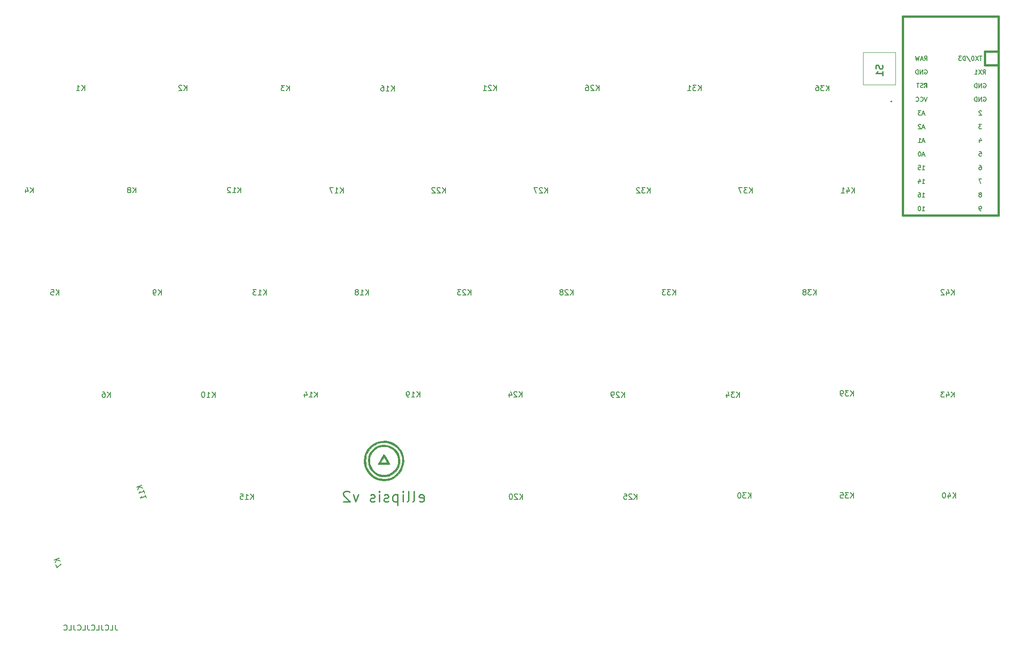
<source format=gbo>
G04 #@! TF.GenerationSoftware,KiCad,Pcbnew,(6.0.10-0)*
G04 #@! TF.CreationDate,2022-12-25T19:45:21-08:00*
G04 #@! TF.ProjectId,right,72696768-742e-46b6-9963-61645f706362,rev?*
G04 #@! TF.SameCoordinates,Original*
G04 #@! TF.FileFunction,Legend,Bot*
G04 #@! TF.FilePolarity,Positive*
%FSLAX46Y46*%
G04 Gerber Fmt 4.6, Leading zero omitted, Abs format (unit mm)*
G04 Created by KiCad (PCBNEW (6.0.10-0)) date 2022-12-25 19:45:21*
%MOMM*%
%LPD*%
G01*
G04 APERTURE LIST*
G04 Aperture macros list*
%AMHorizOval*
0 Thick line with rounded ends*
0 $1 width*
0 $2 $3 position (X,Y) of the first rounded end (center of the circle)*
0 $4 $5 position (X,Y) of the second rounded end (center of the circle)*
0 Add line between two ends*
20,1,$1,$2,$3,$4,$5,0*
0 Add two circle primitives to create the rounded ends*
1,1,$1,$2,$3*
1,1,$1,$4,$5*%
%AMRotRect*
0 Rectangle, with rotation*
0 The origin of the aperture is its center*
0 $1 length*
0 $2 width*
0 $3 Rotation angle, in degrees counterclockwise*
0 Add horizontal line*
21,1,$1,$2,0,0,$3*%
G04 Aperture macros list end*
%ADD10C,0.150000*%
%ADD11C,0.250000*%
%ADD12C,0.200000*%
%ADD13C,0.254000*%
%ADD14C,0.010000*%
%ADD15C,0.381000*%
%ADD16C,0.100000*%
%ADD17R,1.752600X1.752600*%
%ADD18C,1.752600*%
%ADD19R,1.600000X1.600000*%
%ADD20C,1.600000*%
%ADD21RotRect,1.600000X1.600000X20.000000*%
%ADD22HorizOval,2.500000X-0.604462X-0.948815X0.604462X0.948815X0*%
%ADD23HorizOval,2.500000X-0.019724X-0.289328X0.019724X0.289328X0*%
%ADD24HorizOval,2.500000X-1.098333X0.243495X1.098333X-0.243495X0*%
%ADD25HorizOval,2.500000X0.278626X0.080421X-0.278626X-0.080421X0*%
%ADD26C,0.800000*%
%ADD27O,1.600000X2.000000*%
%ADD28R,1.400000X2.100000*%
G04 APERTURE END LIST*
D10*
X51619047Y-138452380D02*
X51619047Y-139166666D01*
X51666666Y-139309523D01*
X51761904Y-139404761D01*
X51904761Y-139452380D01*
X52000000Y-139452380D01*
X50666666Y-139452380D02*
X51142857Y-139452380D01*
X51142857Y-138452380D01*
X49761904Y-139357142D02*
X49809523Y-139404761D01*
X49952380Y-139452380D01*
X50047619Y-139452380D01*
X50190476Y-139404761D01*
X50285714Y-139309523D01*
X50333333Y-139214285D01*
X50380952Y-139023809D01*
X50380952Y-138880952D01*
X50333333Y-138690476D01*
X50285714Y-138595238D01*
X50190476Y-138500000D01*
X50047619Y-138452380D01*
X49952380Y-138452380D01*
X49809523Y-138500000D01*
X49761904Y-138547619D01*
X49047619Y-138452380D02*
X49047619Y-139166666D01*
X49095238Y-139309523D01*
X49190476Y-139404761D01*
X49333333Y-139452380D01*
X49428571Y-139452380D01*
X48095238Y-139452380D02*
X48571428Y-139452380D01*
X48571428Y-138452380D01*
X47190476Y-139357142D02*
X47238095Y-139404761D01*
X47380952Y-139452380D01*
X47476190Y-139452380D01*
X47619047Y-139404761D01*
X47714285Y-139309523D01*
X47761904Y-139214285D01*
X47809523Y-139023809D01*
X47809523Y-138880952D01*
X47761904Y-138690476D01*
X47714285Y-138595238D01*
X47619047Y-138500000D01*
X47476190Y-138452380D01*
X47380952Y-138452380D01*
X47238095Y-138500000D01*
X47190476Y-138547619D01*
X46476190Y-138452380D02*
X46476190Y-139166666D01*
X46523809Y-139309523D01*
X46619047Y-139404761D01*
X46761904Y-139452380D01*
X46857142Y-139452380D01*
X45523809Y-139452380D02*
X46000000Y-139452380D01*
X46000000Y-138452380D01*
X44619047Y-139357142D02*
X44666666Y-139404761D01*
X44809523Y-139452380D01*
X44904761Y-139452380D01*
X45047619Y-139404761D01*
X45142857Y-139309523D01*
X45190476Y-139214285D01*
X45238095Y-139023809D01*
X45238095Y-138880952D01*
X45190476Y-138690476D01*
X45142857Y-138595238D01*
X45047619Y-138500000D01*
X44904761Y-138452380D01*
X44809523Y-138452380D01*
X44666666Y-138500000D01*
X44619047Y-138547619D01*
X43904761Y-138452380D02*
X43904761Y-139166666D01*
X43952380Y-139309523D01*
X44047619Y-139404761D01*
X44190476Y-139452380D01*
X44285714Y-139452380D01*
X42952380Y-139452380D02*
X43428571Y-139452380D01*
X43428571Y-138452380D01*
X42047619Y-139357142D02*
X42095238Y-139404761D01*
X42238095Y-139452380D01*
X42333333Y-139452380D01*
X42476190Y-139404761D01*
X42571428Y-139309523D01*
X42619047Y-139214285D01*
X42666666Y-139023809D01*
X42666666Y-138880952D01*
X42619047Y-138690476D01*
X42571428Y-138595238D01*
X42476190Y-138500000D01*
X42333333Y-138452380D01*
X42238095Y-138452380D01*
X42095238Y-138500000D01*
X42047619Y-138547619D01*
D11*
X108069047Y-115469523D02*
X108259523Y-115564761D01*
X108640476Y-115564761D01*
X108830952Y-115469523D01*
X108926190Y-115279047D01*
X108926190Y-114517142D01*
X108830952Y-114326666D01*
X108640476Y-114231428D01*
X108259523Y-114231428D01*
X108069047Y-114326666D01*
X107973809Y-114517142D01*
X107973809Y-114707619D01*
X108926190Y-114898095D01*
X106830952Y-115564761D02*
X107021428Y-115469523D01*
X107116666Y-115279047D01*
X107116666Y-113564761D01*
X105783333Y-115564761D02*
X105973809Y-115469523D01*
X106069047Y-115279047D01*
X106069047Y-113564761D01*
X105021428Y-115564761D02*
X105021428Y-114231428D01*
X105021428Y-113564761D02*
X105116666Y-113660000D01*
X105021428Y-113755238D01*
X104926190Y-113660000D01*
X105021428Y-113564761D01*
X105021428Y-113755238D01*
X104069047Y-114231428D02*
X104069047Y-116231428D01*
X104069047Y-114326666D02*
X103878571Y-114231428D01*
X103497619Y-114231428D01*
X103307142Y-114326666D01*
X103211904Y-114421904D01*
X103116666Y-114612380D01*
X103116666Y-115183809D01*
X103211904Y-115374285D01*
X103307142Y-115469523D01*
X103497619Y-115564761D01*
X103878571Y-115564761D01*
X104069047Y-115469523D01*
X102354761Y-115469523D02*
X102164285Y-115564761D01*
X101783333Y-115564761D01*
X101592857Y-115469523D01*
X101497619Y-115279047D01*
X101497619Y-115183809D01*
X101592857Y-114993333D01*
X101783333Y-114898095D01*
X102069047Y-114898095D01*
X102259523Y-114802857D01*
X102354761Y-114612380D01*
X102354761Y-114517142D01*
X102259523Y-114326666D01*
X102069047Y-114231428D01*
X101783333Y-114231428D01*
X101592857Y-114326666D01*
X100640476Y-115564761D02*
X100640476Y-114231428D01*
X100640476Y-113564761D02*
X100735714Y-113660000D01*
X100640476Y-113755238D01*
X100545238Y-113660000D01*
X100640476Y-113564761D01*
X100640476Y-113755238D01*
X99783333Y-115469523D02*
X99592857Y-115564761D01*
X99211904Y-115564761D01*
X99021428Y-115469523D01*
X98926190Y-115279047D01*
X98926190Y-115183809D01*
X99021428Y-114993333D01*
X99211904Y-114898095D01*
X99497619Y-114898095D01*
X99688095Y-114802857D01*
X99783333Y-114612380D01*
X99783333Y-114517142D01*
X99688095Y-114326666D01*
X99497619Y-114231428D01*
X99211904Y-114231428D01*
X99021428Y-114326666D01*
X96735714Y-114231428D02*
X96259523Y-115564761D01*
X95783333Y-114231428D01*
X95116666Y-113755238D02*
X95021428Y-113660000D01*
X94830952Y-113564761D01*
X94354761Y-113564761D01*
X94164285Y-113660000D01*
X94069047Y-113755238D01*
X93973809Y-113945714D01*
X93973809Y-114136190D01*
X94069047Y-114421904D01*
X95211904Y-115564761D01*
X93973809Y-115564761D01*
D12*
X64918095Y-39110380D02*
X64918095Y-38110380D01*
X64346666Y-39110380D02*
X64775238Y-38538952D01*
X64346666Y-38110380D02*
X64918095Y-38681809D01*
X63965714Y-38205619D02*
X63918095Y-38158000D01*
X63822857Y-38110380D01*
X63584761Y-38110380D01*
X63489523Y-38158000D01*
X63441904Y-38205619D01*
X63394285Y-38300857D01*
X63394285Y-38396095D01*
X63441904Y-38538952D01*
X64013333Y-39110380D01*
X63394285Y-39110380D01*
X83938095Y-39130380D02*
X83938095Y-38130380D01*
X83366666Y-39130380D02*
X83795238Y-38558952D01*
X83366666Y-38130380D02*
X83938095Y-38701809D01*
X83033333Y-38130380D02*
X82414285Y-38130380D01*
X82747619Y-38511333D01*
X82604761Y-38511333D01*
X82509523Y-38558952D01*
X82461904Y-38606571D01*
X82414285Y-38701809D01*
X82414285Y-38939904D01*
X82461904Y-39035142D01*
X82509523Y-39082761D01*
X82604761Y-39130380D01*
X82890476Y-39130380D01*
X82985714Y-39082761D01*
X83033333Y-39035142D01*
X36398095Y-58100380D02*
X36398095Y-57100380D01*
X35826666Y-58100380D02*
X36255238Y-57528952D01*
X35826666Y-57100380D02*
X36398095Y-57671809D01*
X34969523Y-57433714D02*
X34969523Y-58100380D01*
X35207619Y-57052761D02*
X35445714Y-57767047D01*
X34826666Y-57767047D01*
X41158095Y-77110380D02*
X41158095Y-76110380D01*
X40586666Y-77110380D02*
X41015238Y-76538952D01*
X40586666Y-76110380D02*
X41158095Y-76681809D01*
X39681904Y-76110380D02*
X40158095Y-76110380D01*
X40205714Y-76586571D01*
X40158095Y-76538952D01*
X40062857Y-76491333D01*
X39824761Y-76491333D01*
X39729523Y-76538952D01*
X39681904Y-76586571D01*
X39634285Y-76681809D01*
X39634285Y-76919904D01*
X39681904Y-77015142D01*
X39729523Y-77062761D01*
X39824761Y-77110380D01*
X40062857Y-77110380D01*
X40158095Y-77062761D01*
X40205714Y-77015142D01*
X50688095Y-96120380D02*
X50688095Y-95120380D01*
X50116666Y-96120380D02*
X50545238Y-95548952D01*
X50116666Y-95120380D02*
X50688095Y-95691809D01*
X49259523Y-95120380D02*
X49450000Y-95120380D01*
X49545238Y-95168000D01*
X49592857Y-95215619D01*
X49688095Y-95358476D01*
X49735714Y-95548952D01*
X49735714Y-95929904D01*
X49688095Y-96025142D01*
X49640476Y-96072761D01*
X49545238Y-96120380D01*
X49354761Y-96120380D01*
X49259523Y-96072761D01*
X49211904Y-96025142D01*
X49164285Y-95929904D01*
X49164285Y-95691809D01*
X49211904Y-95596571D01*
X49259523Y-95548952D01*
X49354761Y-95501333D01*
X49545238Y-95501333D01*
X49640476Y-95548952D01*
X49688095Y-95596571D01*
X49735714Y-95691809D01*
X41190248Y-126034850D02*
X40250555Y-126376871D01*
X41385688Y-126571818D02*
X40702141Y-126364532D01*
X40445996Y-126913838D02*
X40787523Y-126181431D01*
X40560002Y-127227069D02*
X40788016Y-127853530D01*
X41581128Y-127108785D01*
X55418095Y-58100380D02*
X55418095Y-57100380D01*
X54846666Y-58100380D02*
X55275238Y-57528952D01*
X54846666Y-57100380D02*
X55418095Y-57671809D01*
X54275238Y-57528952D02*
X54370476Y-57481333D01*
X54418095Y-57433714D01*
X54465714Y-57338476D01*
X54465714Y-57290857D01*
X54418095Y-57195619D01*
X54370476Y-57148000D01*
X54275238Y-57100380D01*
X54084761Y-57100380D01*
X53989523Y-57148000D01*
X53941904Y-57195619D01*
X53894285Y-57290857D01*
X53894285Y-57338476D01*
X53941904Y-57433714D01*
X53989523Y-57481333D01*
X54084761Y-57528952D01*
X54275238Y-57528952D01*
X54370476Y-57576571D01*
X54418095Y-57624190D01*
X54465714Y-57719428D01*
X54465714Y-57909904D01*
X54418095Y-58005142D01*
X54370476Y-58052761D01*
X54275238Y-58100380D01*
X54084761Y-58100380D01*
X53989523Y-58052761D01*
X53941904Y-58005142D01*
X53894285Y-57909904D01*
X53894285Y-57719428D01*
X53941904Y-57624190D01*
X53989523Y-57576571D01*
X54084761Y-57528952D01*
X60138095Y-77120380D02*
X60138095Y-76120380D01*
X59566666Y-77120380D02*
X59995238Y-76548952D01*
X59566666Y-76120380D02*
X60138095Y-76691809D01*
X59090476Y-77120380D02*
X58900000Y-77120380D01*
X58804761Y-77072761D01*
X58757142Y-77025142D01*
X58661904Y-76882285D01*
X58614285Y-76691809D01*
X58614285Y-76310857D01*
X58661904Y-76215619D01*
X58709523Y-76168000D01*
X58804761Y-76120380D01*
X58995238Y-76120380D01*
X59090476Y-76168000D01*
X59138095Y-76215619D01*
X59185714Y-76310857D01*
X59185714Y-76548952D01*
X59138095Y-76644190D01*
X59090476Y-76691809D01*
X58995238Y-76739428D01*
X58804761Y-76739428D01*
X58709523Y-76691809D01*
X58661904Y-76644190D01*
X58614285Y-76548952D01*
X70124285Y-96130380D02*
X70124285Y-95130380D01*
X69552857Y-96130380D02*
X69981428Y-95558952D01*
X69552857Y-95130380D02*
X70124285Y-95701809D01*
X68600476Y-96130380D02*
X69171904Y-96130380D01*
X68886190Y-96130380D02*
X68886190Y-95130380D01*
X68981428Y-95273238D01*
X69076666Y-95368476D01*
X69171904Y-95416095D01*
X67981428Y-95130380D02*
X67886190Y-95130380D01*
X67790952Y-95178000D01*
X67743333Y-95225619D01*
X67695714Y-95320857D01*
X67648095Y-95511333D01*
X67648095Y-95749428D01*
X67695714Y-95939904D01*
X67743333Y-96035142D01*
X67790952Y-96082761D01*
X67886190Y-96130380D01*
X67981428Y-96130380D01*
X68076666Y-96082761D01*
X68124285Y-96035142D01*
X68171904Y-95939904D01*
X68219523Y-95749428D01*
X68219523Y-95511333D01*
X68171904Y-95320857D01*
X68124285Y-95225619D01*
X68076666Y-95178000D01*
X67981428Y-95130380D01*
X74914285Y-58100380D02*
X74914285Y-57100380D01*
X74342857Y-58100380D02*
X74771428Y-57528952D01*
X74342857Y-57100380D02*
X74914285Y-57671809D01*
X73390476Y-58100380D02*
X73961904Y-58100380D01*
X73676190Y-58100380D02*
X73676190Y-57100380D01*
X73771428Y-57243238D01*
X73866666Y-57338476D01*
X73961904Y-57386095D01*
X73009523Y-57195619D02*
X72961904Y-57148000D01*
X72866666Y-57100380D01*
X72628571Y-57100380D01*
X72533333Y-57148000D01*
X72485714Y-57195619D01*
X72438095Y-57290857D01*
X72438095Y-57386095D01*
X72485714Y-57528952D01*
X73057142Y-58100380D01*
X72438095Y-58100380D01*
X79674285Y-77100380D02*
X79674285Y-76100380D01*
X79102857Y-77100380D02*
X79531428Y-76528952D01*
X79102857Y-76100380D02*
X79674285Y-76671809D01*
X78150476Y-77100380D02*
X78721904Y-77100380D01*
X78436190Y-77100380D02*
X78436190Y-76100380D01*
X78531428Y-76243238D01*
X78626666Y-76338476D01*
X78721904Y-76386095D01*
X77817142Y-76100380D02*
X77198095Y-76100380D01*
X77531428Y-76481333D01*
X77388571Y-76481333D01*
X77293333Y-76528952D01*
X77245714Y-76576571D01*
X77198095Y-76671809D01*
X77198095Y-76909904D01*
X77245714Y-77005142D01*
X77293333Y-77052761D01*
X77388571Y-77100380D01*
X77674285Y-77100380D01*
X77769523Y-77052761D01*
X77817142Y-77005142D01*
X89144285Y-96110380D02*
X89144285Y-95110380D01*
X88572857Y-96110380D02*
X89001428Y-95538952D01*
X88572857Y-95110380D02*
X89144285Y-95681809D01*
X87620476Y-96110380D02*
X88191904Y-96110380D01*
X87906190Y-96110380D02*
X87906190Y-95110380D01*
X88001428Y-95253238D01*
X88096666Y-95348476D01*
X88191904Y-95396095D01*
X86763333Y-95443714D02*
X86763333Y-96110380D01*
X87001428Y-95062761D02*
X87239523Y-95777047D01*
X86620476Y-95777047D01*
X77254285Y-115100380D02*
X77254285Y-114100380D01*
X76682857Y-115100380D02*
X77111428Y-114528952D01*
X76682857Y-114100380D02*
X77254285Y-114671809D01*
X75730476Y-115100380D02*
X76301904Y-115100380D01*
X76016190Y-115100380D02*
X76016190Y-114100380D01*
X76111428Y-114243238D01*
X76206666Y-114338476D01*
X76301904Y-114386095D01*
X74825714Y-114100380D02*
X75301904Y-114100380D01*
X75349523Y-114576571D01*
X75301904Y-114528952D01*
X75206666Y-114481333D01*
X74968571Y-114481333D01*
X74873333Y-114528952D01*
X74825714Y-114576571D01*
X74778095Y-114671809D01*
X74778095Y-114909904D01*
X74825714Y-115005142D01*
X74873333Y-115052761D01*
X74968571Y-115100380D01*
X75206666Y-115100380D01*
X75301904Y-115052761D01*
X75349523Y-115005142D01*
X103404285Y-39150380D02*
X103404285Y-38150380D01*
X102832857Y-39150380D02*
X103261428Y-38578952D01*
X102832857Y-38150380D02*
X103404285Y-38721809D01*
X101880476Y-39150380D02*
X102451904Y-39150380D01*
X102166190Y-39150380D02*
X102166190Y-38150380D01*
X102261428Y-38293238D01*
X102356666Y-38388476D01*
X102451904Y-38436095D01*
X101023333Y-38150380D02*
X101213809Y-38150380D01*
X101309047Y-38198000D01*
X101356666Y-38245619D01*
X101451904Y-38388476D01*
X101499523Y-38578952D01*
X101499523Y-38959904D01*
X101451904Y-39055142D01*
X101404285Y-39102761D01*
X101309047Y-39150380D01*
X101118571Y-39150380D01*
X101023333Y-39102761D01*
X100975714Y-39055142D01*
X100928095Y-38959904D01*
X100928095Y-38721809D01*
X100975714Y-38626571D01*
X101023333Y-38578952D01*
X101118571Y-38531333D01*
X101309047Y-38531333D01*
X101404285Y-38578952D01*
X101451904Y-38626571D01*
X101499523Y-38721809D01*
X93924285Y-58110380D02*
X93924285Y-57110380D01*
X93352857Y-58110380D02*
X93781428Y-57538952D01*
X93352857Y-57110380D02*
X93924285Y-57681809D01*
X92400476Y-58110380D02*
X92971904Y-58110380D01*
X92686190Y-58110380D02*
X92686190Y-57110380D01*
X92781428Y-57253238D01*
X92876666Y-57348476D01*
X92971904Y-57396095D01*
X92067142Y-57110380D02*
X91400476Y-57110380D01*
X91829047Y-58110380D01*
X98644285Y-77100380D02*
X98644285Y-76100380D01*
X98072857Y-77100380D02*
X98501428Y-76528952D01*
X98072857Y-76100380D02*
X98644285Y-76671809D01*
X97120476Y-77100380D02*
X97691904Y-77100380D01*
X97406190Y-77100380D02*
X97406190Y-76100380D01*
X97501428Y-76243238D01*
X97596666Y-76338476D01*
X97691904Y-76386095D01*
X96549047Y-76528952D02*
X96644285Y-76481333D01*
X96691904Y-76433714D01*
X96739523Y-76338476D01*
X96739523Y-76290857D01*
X96691904Y-76195619D01*
X96644285Y-76148000D01*
X96549047Y-76100380D01*
X96358571Y-76100380D01*
X96263333Y-76148000D01*
X96215714Y-76195619D01*
X96168095Y-76290857D01*
X96168095Y-76338476D01*
X96215714Y-76433714D01*
X96263333Y-76481333D01*
X96358571Y-76528952D01*
X96549047Y-76528952D01*
X96644285Y-76576571D01*
X96691904Y-76624190D01*
X96739523Y-76719428D01*
X96739523Y-76909904D01*
X96691904Y-77005142D01*
X96644285Y-77052761D01*
X96549047Y-77100380D01*
X96358571Y-77100380D01*
X96263333Y-77052761D01*
X96215714Y-77005142D01*
X96168095Y-76909904D01*
X96168095Y-76719428D01*
X96215714Y-76624190D01*
X96263333Y-76576571D01*
X96358571Y-76528952D01*
X108134285Y-96100380D02*
X108134285Y-95100380D01*
X107562857Y-96100380D02*
X107991428Y-95528952D01*
X107562857Y-95100380D02*
X108134285Y-95671809D01*
X106610476Y-96100380D02*
X107181904Y-96100380D01*
X106896190Y-96100380D02*
X106896190Y-95100380D01*
X106991428Y-95243238D01*
X107086666Y-95338476D01*
X107181904Y-95386095D01*
X106134285Y-96100380D02*
X105943809Y-96100380D01*
X105848571Y-96052761D01*
X105800952Y-96005142D01*
X105705714Y-95862285D01*
X105658095Y-95671809D01*
X105658095Y-95290857D01*
X105705714Y-95195619D01*
X105753333Y-95148000D01*
X105848571Y-95100380D01*
X106039047Y-95100380D01*
X106134285Y-95148000D01*
X106181904Y-95195619D01*
X106229523Y-95290857D01*
X106229523Y-95528952D01*
X106181904Y-95624190D01*
X106134285Y-95671809D01*
X106039047Y-95719428D01*
X105848571Y-95719428D01*
X105753333Y-95671809D01*
X105705714Y-95624190D01*
X105658095Y-95528952D01*
X122414285Y-39100380D02*
X122414285Y-38100380D01*
X121842857Y-39100380D02*
X122271428Y-38528952D01*
X121842857Y-38100380D02*
X122414285Y-38671809D01*
X121461904Y-38195619D02*
X121414285Y-38148000D01*
X121319047Y-38100380D01*
X121080952Y-38100380D01*
X120985714Y-38148000D01*
X120938095Y-38195619D01*
X120890476Y-38290857D01*
X120890476Y-38386095D01*
X120938095Y-38528952D01*
X121509523Y-39100380D01*
X120890476Y-39100380D01*
X119938095Y-39100380D02*
X120509523Y-39100380D01*
X120223809Y-39100380D02*
X120223809Y-38100380D01*
X120319047Y-38243238D01*
X120414285Y-38338476D01*
X120509523Y-38386095D01*
X112884285Y-58120380D02*
X112884285Y-57120380D01*
X112312857Y-58120380D02*
X112741428Y-57548952D01*
X112312857Y-57120380D02*
X112884285Y-57691809D01*
X111931904Y-57215619D02*
X111884285Y-57168000D01*
X111789047Y-57120380D01*
X111550952Y-57120380D01*
X111455714Y-57168000D01*
X111408095Y-57215619D01*
X111360476Y-57310857D01*
X111360476Y-57406095D01*
X111408095Y-57548952D01*
X111979523Y-58120380D01*
X111360476Y-58120380D01*
X110979523Y-57215619D02*
X110931904Y-57168000D01*
X110836666Y-57120380D01*
X110598571Y-57120380D01*
X110503333Y-57168000D01*
X110455714Y-57215619D01*
X110408095Y-57310857D01*
X110408095Y-57406095D01*
X110455714Y-57548952D01*
X111027142Y-58120380D01*
X110408095Y-58120380D01*
X117644285Y-77110380D02*
X117644285Y-76110380D01*
X117072857Y-77110380D02*
X117501428Y-76538952D01*
X117072857Y-76110380D02*
X117644285Y-76681809D01*
X116691904Y-76205619D02*
X116644285Y-76158000D01*
X116549047Y-76110380D01*
X116310952Y-76110380D01*
X116215714Y-76158000D01*
X116168095Y-76205619D01*
X116120476Y-76300857D01*
X116120476Y-76396095D01*
X116168095Y-76538952D01*
X116739523Y-77110380D01*
X116120476Y-77110380D01*
X115787142Y-76110380D02*
X115168095Y-76110380D01*
X115501428Y-76491333D01*
X115358571Y-76491333D01*
X115263333Y-76538952D01*
X115215714Y-76586571D01*
X115168095Y-76681809D01*
X115168095Y-76919904D01*
X115215714Y-77015142D01*
X115263333Y-77062761D01*
X115358571Y-77110380D01*
X115644285Y-77110380D01*
X115739523Y-77062761D01*
X115787142Y-77015142D01*
X127144285Y-96100380D02*
X127144285Y-95100380D01*
X126572857Y-96100380D02*
X127001428Y-95528952D01*
X126572857Y-95100380D02*
X127144285Y-95671809D01*
X126191904Y-95195619D02*
X126144285Y-95148000D01*
X126049047Y-95100380D01*
X125810952Y-95100380D01*
X125715714Y-95148000D01*
X125668095Y-95195619D01*
X125620476Y-95290857D01*
X125620476Y-95386095D01*
X125668095Y-95528952D01*
X126239523Y-96100380D01*
X125620476Y-96100380D01*
X124763333Y-95433714D02*
X124763333Y-96100380D01*
X125001428Y-95052761D02*
X125239523Y-95767047D01*
X124620476Y-95767047D01*
X148494285Y-115090380D02*
X148494285Y-114090380D01*
X147922857Y-115090380D02*
X148351428Y-114518952D01*
X147922857Y-114090380D02*
X148494285Y-114661809D01*
X147541904Y-114185619D02*
X147494285Y-114138000D01*
X147399047Y-114090380D01*
X147160952Y-114090380D01*
X147065714Y-114138000D01*
X147018095Y-114185619D01*
X146970476Y-114280857D01*
X146970476Y-114376095D01*
X147018095Y-114518952D01*
X147589523Y-115090380D01*
X146970476Y-115090380D01*
X146065714Y-114090380D02*
X146541904Y-114090380D01*
X146589523Y-114566571D01*
X146541904Y-114518952D01*
X146446666Y-114471333D01*
X146208571Y-114471333D01*
X146113333Y-114518952D01*
X146065714Y-114566571D01*
X146018095Y-114661809D01*
X146018095Y-114899904D01*
X146065714Y-114995142D01*
X146113333Y-115042761D01*
X146208571Y-115090380D01*
X146446666Y-115090380D01*
X146541904Y-115042761D01*
X146589523Y-114995142D01*
X141414285Y-39110380D02*
X141414285Y-38110380D01*
X140842857Y-39110380D02*
X141271428Y-38538952D01*
X140842857Y-38110380D02*
X141414285Y-38681809D01*
X140461904Y-38205619D02*
X140414285Y-38158000D01*
X140319047Y-38110380D01*
X140080952Y-38110380D01*
X139985714Y-38158000D01*
X139938095Y-38205619D01*
X139890476Y-38300857D01*
X139890476Y-38396095D01*
X139938095Y-38538952D01*
X140509523Y-39110380D01*
X139890476Y-39110380D01*
X139033333Y-38110380D02*
X139223809Y-38110380D01*
X139319047Y-38158000D01*
X139366666Y-38205619D01*
X139461904Y-38348476D01*
X139509523Y-38538952D01*
X139509523Y-38919904D01*
X139461904Y-39015142D01*
X139414285Y-39062761D01*
X139319047Y-39110380D01*
X139128571Y-39110380D01*
X139033333Y-39062761D01*
X138985714Y-39015142D01*
X138938095Y-38919904D01*
X138938095Y-38681809D01*
X138985714Y-38586571D01*
X139033333Y-38538952D01*
X139128571Y-38491333D01*
X139319047Y-38491333D01*
X139414285Y-38538952D01*
X139461904Y-38586571D01*
X139509523Y-38681809D01*
X131884285Y-58130380D02*
X131884285Y-57130380D01*
X131312857Y-58130380D02*
X131741428Y-57558952D01*
X131312857Y-57130380D02*
X131884285Y-57701809D01*
X130931904Y-57225619D02*
X130884285Y-57178000D01*
X130789047Y-57130380D01*
X130550952Y-57130380D01*
X130455714Y-57178000D01*
X130408095Y-57225619D01*
X130360476Y-57320857D01*
X130360476Y-57416095D01*
X130408095Y-57558952D01*
X130979523Y-58130380D01*
X130360476Y-58130380D01*
X130027142Y-57130380D02*
X129360476Y-57130380D01*
X129789047Y-58130380D01*
X136654285Y-77110380D02*
X136654285Y-76110380D01*
X136082857Y-77110380D02*
X136511428Y-76538952D01*
X136082857Y-76110380D02*
X136654285Y-76681809D01*
X135701904Y-76205619D02*
X135654285Y-76158000D01*
X135559047Y-76110380D01*
X135320952Y-76110380D01*
X135225714Y-76158000D01*
X135178095Y-76205619D01*
X135130476Y-76300857D01*
X135130476Y-76396095D01*
X135178095Y-76538952D01*
X135749523Y-77110380D01*
X135130476Y-77110380D01*
X134559047Y-76538952D02*
X134654285Y-76491333D01*
X134701904Y-76443714D01*
X134749523Y-76348476D01*
X134749523Y-76300857D01*
X134701904Y-76205619D01*
X134654285Y-76158000D01*
X134559047Y-76110380D01*
X134368571Y-76110380D01*
X134273333Y-76158000D01*
X134225714Y-76205619D01*
X134178095Y-76300857D01*
X134178095Y-76348476D01*
X134225714Y-76443714D01*
X134273333Y-76491333D01*
X134368571Y-76538952D01*
X134559047Y-76538952D01*
X134654285Y-76586571D01*
X134701904Y-76634190D01*
X134749523Y-76729428D01*
X134749523Y-76919904D01*
X134701904Y-77015142D01*
X134654285Y-77062761D01*
X134559047Y-77110380D01*
X134368571Y-77110380D01*
X134273333Y-77062761D01*
X134225714Y-77015142D01*
X134178095Y-76919904D01*
X134178095Y-76729428D01*
X134225714Y-76634190D01*
X134273333Y-76586571D01*
X134368571Y-76538952D01*
X146154285Y-96120380D02*
X146154285Y-95120380D01*
X145582857Y-96120380D02*
X146011428Y-95548952D01*
X145582857Y-95120380D02*
X146154285Y-95691809D01*
X145201904Y-95215619D02*
X145154285Y-95168000D01*
X145059047Y-95120380D01*
X144820952Y-95120380D01*
X144725714Y-95168000D01*
X144678095Y-95215619D01*
X144630476Y-95310857D01*
X144630476Y-95406095D01*
X144678095Y-95548952D01*
X145249523Y-96120380D01*
X144630476Y-96120380D01*
X144154285Y-96120380D02*
X143963809Y-96120380D01*
X143868571Y-96072761D01*
X143820952Y-96025142D01*
X143725714Y-95882285D01*
X143678095Y-95691809D01*
X143678095Y-95310857D01*
X143725714Y-95215619D01*
X143773333Y-95168000D01*
X143868571Y-95120380D01*
X144059047Y-95120380D01*
X144154285Y-95168000D01*
X144201904Y-95215619D01*
X144249523Y-95310857D01*
X144249523Y-95548952D01*
X144201904Y-95644190D01*
X144154285Y-95691809D01*
X144059047Y-95739428D01*
X143868571Y-95739428D01*
X143773333Y-95691809D01*
X143725714Y-95644190D01*
X143678095Y-95548952D01*
X169684285Y-114880380D02*
X169684285Y-113880380D01*
X169112857Y-114880380D02*
X169541428Y-114308952D01*
X169112857Y-113880380D02*
X169684285Y-114451809D01*
X168779523Y-113880380D02*
X168160476Y-113880380D01*
X168493809Y-114261333D01*
X168350952Y-114261333D01*
X168255714Y-114308952D01*
X168208095Y-114356571D01*
X168160476Y-114451809D01*
X168160476Y-114689904D01*
X168208095Y-114785142D01*
X168255714Y-114832761D01*
X168350952Y-114880380D01*
X168636666Y-114880380D01*
X168731904Y-114832761D01*
X168779523Y-114785142D01*
X167541428Y-113880380D02*
X167446190Y-113880380D01*
X167350952Y-113928000D01*
X167303333Y-113975619D01*
X167255714Y-114070857D01*
X167208095Y-114261333D01*
X167208095Y-114499428D01*
X167255714Y-114689904D01*
X167303333Y-114785142D01*
X167350952Y-114832761D01*
X167446190Y-114880380D01*
X167541428Y-114880380D01*
X167636666Y-114832761D01*
X167684285Y-114785142D01*
X167731904Y-114689904D01*
X167779523Y-114499428D01*
X167779523Y-114261333D01*
X167731904Y-114070857D01*
X167684285Y-113975619D01*
X167636666Y-113928000D01*
X167541428Y-113880380D01*
X160389285Y-39110380D02*
X160389285Y-38110380D01*
X159817857Y-39110380D02*
X160246428Y-38538952D01*
X159817857Y-38110380D02*
X160389285Y-38681809D01*
X159484523Y-38110380D02*
X158865476Y-38110380D01*
X159198809Y-38491333D01*
X159055952Y-38491333D01*
X158960714Y-38538952D01*
X158913095Y-38586571D01*
X158865476Y-38681809D01*
X158865476Y-38919904D01*
X158913095Y-39015142D01*
X158960714Y-39062761D01*
X159055952Y-39110380D01*
X159341666Y-39110380D01*
X159436904Y-39062761D01*
X159484523Y-39015142D01*
X157913095Y-39110380D02*
X158484523Y-39110380D01*
X158198809Y-39110380D02*
X158198809Y-38110380D01*
X158294047Y-38253238D01*
X158389285Y-38348476D01*
X158484523Y-38396095D01*
X150894285Y-58140380D02*
X150894285Y-57140380D01*
X150322857Y-58140380D02*
X150751428Y-57568952D01*
X150322857Y-57140380D02*
X150894285Y-57711809D01*
X149989523Y-57140380D02*
X149370476Y-57140380D01*
X149703809Y-57521333D01*
X149560952Y-57521333D01*
X149465714Y-57568952D01*
X149418095Y-57616571D01*
X149370476Y-57711809D01*
X149370476Y-57949904D01*
X149418095Y-58045142D01*
X149465714Y-58092761D01*
X149560952Y-58140380D01*
X149846666Y-58140380D01*
X149941904Y-58092761D01*
X149989523Y-58045142D01*
X148989523Y-57235619D02*
X148941904Y-57188000D01*
X148846666Y-57140380D01*
X148608571Y-57140380D01*
X148513333Y-57188000D01*
X148465714Y-57235619D01*
X148418095Y-57330857D01*
X148418095Y-57426095D01*
X148465714Y-57568952D01*
X149037142Y-58140380D01*
X148418095Y-58140380D01*
X155654285Y-77110380D02*
X155654285Y-76110380D01*
X155082857Y-77110380D02*
X155511428Y-76538952D01*
X155082857Y-76110380D02*
X155654285Y-76681809D01*
X154749523Y-76110380D02*
X154130476Y-76110380D01*
X154463809Y-76491333D01*
X154320952Y-76491333D01*
X154225714Y-76538952D01*
X154178095Y-76586571D01*
X154130476Y-76681809D01*
X154130476Y-76919904D01*
X154178095Y-77015142D01*
X154225714Y-77062761D01*
X154320952Y-77110380D01*
X154606666Y-77110380D01*
X154701904Y-77062761D01*
X154749523Y-77015142D01*
X153797142Y-76110380D02*
X153178095Y-76110380D01*
X153511428Y-76491333D01*
X153368571Y-76491333D01*
X153273333Y-76538952D01*
X153225714Y-76586571D01*
X153178095Y-76681809D01*
X153178095Y-76919904D01*
X153225714Y-77015142D01*
X153273333Y-77062761D01*
X153368571Y-77110380D01*
X153654285Y-77110380D01*
X153749523Y-77062761D01*
X153797142Y-77015142D01*
X167524285Y-96120380D02*
X167524285Y-95120380D01*
X166952857Y-96120380D02*
X167381428Y-95548952D01*
X166952857Y-95120380D02*
X167524285Y-95691809D01*
X166619523Y-95120380D02*
X166000476Y-95120380D01*
X166333809Y-95501333D01*
X166190952Y-95501333D01*
X166095714Y-95548952D01*
X166048095Y-95596571D01*
X166000476Y-95691809D01*
X166000476Y-95929904D01*
X166048095Y-96025142D01*
X166095714Y-96072761D01*
X166190952Y-96120380D01*
X166476666Y-96120380D01*
X166571904Y-96072761D01*
X166619523Y-96025142D01*
X165143333Y-95453714D02*
X165143333Y-96120380D01*
X165381428Y-95072761D02*
X165619523Y-95787047D01*
X165000476Y-95787047D01*
X188694285Y-114880380D02*
X188694285Y-113880380D01*
X188122857Y-114880380D02*
X188551428Y-114308952D01*
X188122857Y-113880380D02*
X188694285Y-114451809D01*
X187789523Y-113880380D02*
X187170476Y-113880380D01*
X187503809Y-114261333D01*
X187360952Y-114261333D01*
X187265714Y-114308952D01*
X187218095Y-114356571D01*
X187170476Y-114451809D01*
X187170476Y-114689904D01*
X187218095Y-114785142D01*
X187265714Y-114832761D01*
X187360952Y-114880380D01*
X187646666Y-114880380D01*
X187741904Y-114832761D01*
X187789523Y-114785142D01*
X186265714Y-113880380D02*
X186741904Y-113880380D01*
X186789523Y-114356571D01*
X186741904Y-114308952D01*
X186646666Y-114261333D01*
X186408571Y-114261333D01*
X186313333Y-114308952D01*
X186265714Y-114356571D01*
X186218095Y-114451809D01*
X186218095Y-114689904D01*
X186265714Y-114785142D01*
X186313333Y-114832761D01*
X186408571Y-114880380D01*
X186646666Y-114880380D01*
X186741904Y-114832761D01*
X186789523Y-114785142D01*
X184144285Y-39130380D02*
X184144285Y-38130380D01*
X183572857Y-39130380D02*
X184001428Y-38558952D01*
X183572857Y-38130380D02*
X184144285Y-38701809D01*
X183239523Y-38130380D02*
X182620476Y-38130380D01*
X182953809Y-38511333D01*
X182810952Y-38511333D01*
X182715714Y-38558952D01*
X182668095Y-38606571D01*
X182620476Y-38701809D01*
X182620476Y-38939904D01*
X182668095Y-39035142D01*
X182715714Y-39082761D01*
X182810952Y-39130380D01*
X183096666Y-39130380D01*
X183191904Y-39082761D01*
X183239523Y-39035142D01*
X181763333Y-38130380D02*
X181953809Y-38130380D01*
X182049047Y-38178000D01*
X182096666Y-38225619D01*
X182191904Y-38368476D01*
X182239523Y-38558952D01*
X182239523Y-38939904D01*
X182191904Y-39035142D01*
X182144285Y-39082761D01*
X182049047Y-39130380D01*
X181858571Y-39130380D01*
X181763333Y-39082761D01*
X181715714Y-39035142D01*
X181668095Y-38939904D01*
X181668095Y-38701809D01*
X181715714Y-38606571D01*
X181763333Y-38558952D01*
X181858571Y-38511333D01*
X182049047Y-38511333D01*
X182144285Y-38558952D01*
X182191904Y-38606571D01*
X182239523Y-38701809D01*
X169894285Y-58130380D02*
X169894285Y-57130380D01*
X169322857Y-58130380D02*
X169751428Y-57558952D01*
X169322857Y-57130380D02*
X169894285Y-57701809D01*
X168989523Y-57130380D02*
X168370476Y-57130380D01*
X168703809Y-57511333D01*
X168560952Y-57511333D01*
X168465714Y-57558952D01*
X168418095Y-57606571D01*
X168370476Y-57701809D01*
X168370476Y-57939904D01*
X168418095Y-58035142D01*
X168465714Y-58082761D01*
X168560952Y-58130380D01*
X168846666Y-58130380D01*
X168941904Y-58082761D01*
X168989523Y-58035142D01*
X168037142Y-57130380D02*
X167370476Y-57130380D01*
X167799047Y-58130380D01*
X181774285Y-77090380D02*
X181774285Y-76090380D01*
X181202857Y-77090380D02*
X181631428Y-76518952D01*
X181202857Y-76090380D02*
X181774285Y-76661809D01*
X180869523Y-76090380D02*
X180250476Y-76090380D01*
X180583809Y-76471333D01*
X180440952Y-76471333D01*
X180345714Y-76518952D01*
X180298095Y-76566571D01*
X180250476Y-76661809D01*
X180250476Y-76899904D01*
X180298095Y-76995142D01*
X180345714Y-77042761D01*
X180440952Y-77090380D01*
X180726666Y-77090380D01*
X180821904Y-77042761D01*
X180869523Y-76995142D01*
X179679047Y-76518952D02*
X179774285Y-76471333D01*
X179821904Y-76423714D01*
X179869523Y-76328476D01*
X179869523Y-76280857D01*
X179821904Y-76185619D01*
X179774285Y-76138000D01*
X179679047Y-76090380D01*
X179488571Y-76090380D01*
X179393333Y-76138000D01*
X179345714Y-76185619D01*
X179298095Y-76280857D01*
X179298095Y-76328476D01*
X179345714Y-76423714D01*
X179393333Y-76471333D01*
X179488571Y-76518952D01*
X179679047Y-76518952D01*
X179774285Y-76566571D01*
X179821904Y-76614190D01*
X179869523Y-76709428D01*
X179869523Y-76899904D01*
X179821904Y-76995142D01*
X179774285Y-77042761D01*
X179679047Y-77090380D01*
X179488571Y-77090380D01*
X179393333Y-77042761D01*
X179345714Y-76995142D01*
X179298095Y-76899904D01*
X179298095Y-76709428D01*
X179345714Y-76614190D01*
X179393333Y-76566571D01*
X179488571Y-76518952D01*
X207694285Y-114870380D02*
X207694285Y-113870380D01*
X207122857Y-114870380D02*
X207551428Y-114298952D01*
X207122857Y-113870380D02*
X207694285Y-114441809D01*
X206265714Y-114203714D02*
X206265714Y-114870380D01*
X206503809Y-113822761D02*
X206741904Y-114537047D01*
X206122857Y-114537047D01*
X205551428Y-113870380D02*
X205456190Y-113870380D01*
X205360952Y-113918000D01*
X205313333Y-113965619D01*
X205265714Y-114060857D01*
X205218095Y-114251333D01*
X205218095Y-114489428D01*
X205265714Y-114679904D01*
X205313333Y-114775142D01*
X205360952Y-114822761D01*
X205456190Y-114870380D01*
X205551428Y-114870380D01*
X205646666Y-114822761D01*
X205694285Y-114775142D01*
X205741904Y-114679904D01*
X205789523Y-114489428D01*
X205789523Y-114251333D01*
X205741904Y-114060857D01*
X205694285Y-113965619D01*
X205646666Y-113918000D01*
X205551428Y-113870380D01*
X188904285Y-58110380D02*
X188904285Y-57110380D01*
X188332857Y-58110380D02*
X188761428Y-57538952D01*
X188332857Y-57110380D02*
X188904285Y-57681809D01*
X187475714Y-57443714D02*
X187475714Y-58110380D01*
X187713809Y-57062761D02*
X187951904Y-57777047D01*
X187332857Y-57777047D01*
X186428095Y-58110380D02*
X186999523Y-58110380D01*
X186713809Y-58110380D02*
X186713809Y-57110380D01*
X186809047Y-57253238D01*
X186904285Y-57348476D01*
X186999523Y-57396095D01*
X127254285Y-115100380D02*
X127254285Y-114100380D01*
X126682857Y-115100380D02*
X127111428Y-114528952D01*
X126682857Y-114100380D02*
X127254285Y-114671809D01*
X126301904Y-114195619D02*
X126254285Y-114148000D01*
X126159047Y-114100380D01*
X125920952Y-114100380D01*
X125825714Y-114148000D01*
X125778095Y-114195619D01*
X125730476Y-114290857D01*
X125730476Y-114386095D01*
X125778095Y-114528952D01*
X126349523Y-115100380D01*
X125730476Y-115100380D01*
X125111428Y-114100380D02*
X125016190Y-114100380D01*
X124920952Y-114148000D01*
X124873333Y-114195619D01*
X124825714Y-114290857D01*
X124778095Y-114481333D01*
X124778095Y-114719428D01*
X124825714Y-114909904D01*
X124873333Y-115005142D01*
X124920952Y-115052761D01*
X125016190Y-115100380D01*
X125111428Y-115100380D01*
X125206666Y-115052761D01*
X125254285Y-115005142D01*
X125301904Y-114909904D01*
X125349523Y-114719428D01*
X125349523Y-114481333D01*
X125301904Y-114290857D01*
X125254285Y-114195619D01*
X125206666Y-114148000D01*
X125111428Y-114100380D01*
X45918095Y-39110380D02*
X45918095Y-38110380D01*
X45346666Y-39110380D02*
X45775238Y-38538952D01*
X45346666Y-38110380D02*
X45918095Y-38681809D01*
X44394285Y-39110380D02*
X44965714Y-39110380D01*
X44680000Y-39110380D02*
X44680000Y-38110380D01*
X44775238Y-38253238D01*
X44870476Y-38348476D01*
X44965714Y-38396095D01*
X56507381Y-112467378D02*
X55567689Y-112809398D01*
X56702821Y-113004345D02*
X56019274Y-112797060D01*
X55763129Y-113346365D02*
X56104656Y-112613958D01*
X57028555Y-113899290D02*
X56833115Y-113362323D01*
X56930835Y-113630807D02*
X55991142Y-113972827D01*
X56092811Y-113834472D01*
X56149732Y-113712404D01*
X56161906Y-113606623D01*
X57354288Y-114794236D02*
X57158848Y-114257268D01*
X57256568Y-114525752D02*
X56316876Y-114867772D01*
X56418544Y-114729418D01*
X56475465Y-114607350D01*
X56487639Y-114501569D01*
X207424285Y-77080380D02*
X207424285Y-76080380D01*
X206852857Y-77080380D02*
X207281428Y-76508952D01*
X206852857Y-76080380D02*
X207424285Y-76651809D01*
X205995714Y-76413714D02*
X205995714Y-77080380D01*
X206233809Y-76032761D02*
X206471904Y-76747047D01*
X205852857Y-76747047D01*
X205519523Y-76175619D02*
X205471904Y-76128000D01*
X205376666Y-76080380D01*
X205138571Y-76080380D01*
X205043333Y-76128000D01*
X204995714Y-76175619D01*
X204948095Y-76270857D01*
X204948095Y-76366095D01*
X204995714Y-76508952D01*
X205567142Y-77080380D01*
X204948095Y-77080380D01*
X188694285Y-95870380D02*
X188694285Y-94870380D01*
X188122857Y-95870380D02*
X188551428Y-95298952D01*
X188122857Y-94870380D02*
X188694285Y-95441809D01*
X187789523Y-94870380D02*
X187170476Y-94870380D01*
X187503809Y-95251333D01*
X187360952Y-95251333D01*
X187265714Y-95298952D01*
X187218095Y-95346571D01*
X187170476Y-95441809D01*
X187170476Y-95679904D01*
X187218095Y-95775142D01*
X187265714Y-95822761D01*
X187360952Y-95870380D01*
X187646666Y-95870380D01*
X187741904Y-95822761D01*
X187789523Y-95775142D01*
X186694285Y-95870380D02*
X186503809Y-95870380D01*
X186408571Y-95822761D01*
X186360952Y-95775142D01*
X186265714Y-95632285D01*
X186218095Y-95441809D01*
X186218095Y-95060857D01*
X186265714Y-94965619D01*
X186313333Y-94918000D01*
X186408571Y-94870380D01*
X186599047Y-94870380D01*
X186694285Y-94918000D01*
X186741904Y-94965619D01*
X186789523Y-95060857D01*
X186789523Y-95298952D01*
X186741904Y-95394190D01*
X186694285Y-95441809D01*
X186599047Y-95489428D01*
X186408571Y-95489428D01*
X186313333Y-95441809D01*
X186265714Y-95394190D01*
X186218095Y-95298952D01*
X207414285Y-96110380D02*
X207414285Y-95110380D01*
X206842857Y-96110380D02*
X207271428Y-95538952D01*
X206842857Y-95110380D02*
X207414285Y-95681809D01*
X205985714Y-95443714D02*
X205985714Y-96110380D01*
X206223809Y-95062761D02*
X206461904Y-95777047D01*
X205842857Y-95777047D01*
X205557142Y-95110380D02*
X204938095Y-95110380D01*
X205271428Y-95491333D01*
X205128571Y-95491333D01*
X205033333Y-95538952D01*
X204985714Y-95586571D01*
X204938095Y-95681809D01*
X204938095Y-95919904D01*
X204985714Y-96015142D01*
X205033333Y-96062761D01*
X205128571Y-96110380D01*
X205414285Y-96110380D01*
X205509523Y-96062761D01*
X205557142Y-96015142D01*
D10*
X201461380Y-58876654D02*
X201918523Y-58876654D01*
X201689952Y-58876654D02*
X201689952Y-58076654D01*
X201766142Y-58190940D01*
X201842333Y-58267130D01*
X201918523Y-58305226D01*
X200775666Y-58076654D02*
X200928047Y-58076654D01*
X201004238Y-58114750D01*
X201042333Y-58152845D01*
X201118523Y-58267130D01*
X201156619Y-58419511D01*
X201156619Y-58724273D01*
X201118523Y-58800464D01*
X201080428Y-58838559D01*
X201004238Y-58876654D01*
X200851857Y-58876654D01*
X200775666Y-58838559D01*
X200737571Y-58800464D01*
X200699476Y-58724273D01*
X200699476Y-58533797D01*
X200737571Y-58457607D01*
X200775666Y-58419511D01*
X200851857Y-58381416D01*
X201004238Y-58381416D01*
X201080428Y-58419511D01*
X201118523Y-58457607D01*
X201156619Y-58533797D01*
X201461380Y-56336654D02*
X201918523Y-56336654D01*
X201689952Y-56336654D02*
X201689952Y-55536654D01*
X201766142Y-55650940D01*
X201842333Y-55727130D01*
X201918523Y-55765226D01*
X200775666Y-55803321D02*
X200775666Y-56336654D01*
X200966142Y-55498559D02*
X201156619Y-56069988D01*
X200661380Y-56069988D01*
X201880428Y-51028083D02*
X201499476Y-51028083D01*
X201956619Y-51256654D02*
X201689952Y-50456654D01*
X201423285Y-51256654D01*
X201004238Y-50456654D02*
X200928047Y-50456654D01*
X200851857Y-50494750D01*
X200813761Y-50532845D01*
X200775666Y-50609035D01*
X200737571Y-50761416D01*
X200737571Y-50951892D01*
X200775666Y-51104273D01*
X200813761Y-51180464D01*
X200851857Y-51218559D01*
X200928047Y-51256654D01*
X201004238Y-51256654D01*
X201080428Y-51218559D01*
X201118523Y-51180464D01*
X201156619Y-51104273D01*
X201194714Y-50951892D01*
X201194714Y-50761416D01*
X201156619Y-50609035D01*
X201118523Y-50532845D01*
X201080428Y-50494750D01*
X201004238Y-50456654D01*
X201570213Y-38488559D02*
X201455927Y-38526654D01*
X201265451Y-38526654D01*
X201189260Y-38488559D01*
X201151165Y-38450464D01*
X201113070Y-38374273D01*
X201113070Y-38298083D01*
X201151165Y-38221892D01*
X201189260Y-38183797D01*
X201265451Y-38145702D01*
X201417832Y-38107607D01*
X201494022Y-38069511D01*
X201532118Y-38031416D01*
X201570213Y-37955226D01*
X201570213Y-37879035D01*
X201532118Y-37802845D01*
X201494022Y-37764750D01*
X201417832Y-37726654D01*
X201227356Y-37726654D01*
X201113070Y-37764750D01*
X200884499Y-37726654D02*
X200427356Y-37726654D01*
X200655927Y-38526654D02*
X200655927Y-37726654D01*
X212078619Y-52996654D02*
X212231000Y-52996654D01*
X212307190Y-53034750D01*
X212345285Y-53072845D01*
X212421476Y-53187130D01*
X212459571Y-53339511D01*
X212459571Y-53644273D01*
X212421476Y-53720464D01*
X212383380Y-53758559D01*
X212307190Y-53796654D01*
X212154809Y-53796654D01*
X212078619Y-53758559D01*
X212040523Y-53720464D01*
X212002428Y-53644273D01*
X212002428Y-53453797D01*
X212040523Y-53377607D01*
X212078619Y-53339511D01*
X212154809Y-53301416D01*
X212307190Y-53301416D01*
X212383380Y-53339511D01*
X212421476Y-53377607D01*
X212459571Y-53453797D01*
X212459571Y-42912845D02*
X212421476Y-42874750D01*
X212345285Y-42836654D01*
X212154809Y-42836654D01*
X212078619Y-42874750D01*
X212040523Y-42912845D01*
X212002428Y-42989035D01*
X212002428Y-43065226D01*
X212040523Y-43179511D01*
X212497666Y-43636654D01*
X212002428Y-43636654D01*
X212307190Y-58419511D02*
X212383380Y-58381416D01*
X212421476Y-58343321D01*
X212459571Y-58267130D01*
X212459571Y-58229035D01*
X212421476Y-58152845D01*
X212383380Y-58114750D01*
X212307190Y-58076654D01*
X212154809Y-58076654D01*
X212078619Y-58114750D01*
X212040523Y-58152845D01*
X212002428Y-58229035D01*
X212002428Y-58267130D01*
X212040523Y-58343321D01*
X212078619Y-58381416D01*
X212154809Y-58419511D01*
X212307190Y-58419511D01*
X212383380Y-58457607D01*
X212421476Y-58495702D01*
X212459571Y-58571892D01*
X212459571Y-58724273D01*
X212421476Y-58800464D01*
X212383380Y-58838559D01*
X212307190Y-58876654D01*
X212154809Y-58876654D01*
X212078619Y-58838559D01*
X212040523Y-58800464D01*
X212002428Y-58724273D01*
X212002428Y-58571892D01*
X212040523Y-58495702D01*
X212078619Y-58457607D01*
X212154809Y-58419511D01*
X201880428Y-45948083D02*
X201499476Y-45948083D01*
X201956619Y-46176654D02*
X201689952Y-45376654D01*
X201423285Y-46176654D01*
X201194714Y-45452845D02*
X201156619Y-45414750D01*
X201080428Y-45376654D01*
X200889952Y-45376654D01*
X200813761Y-45414750D01*
X200775666Y-45452845D01*
X200737571Y-45529035D01*
X200737571Y-45605226D01*
X200775666Y-45719511D01*
X201232809Y-46176654D01*
X200737571Y-46176654D01*
X212840523Y-40334750D02*
X212916714Y-40296654D01*
X213031000Y-40296654D01*
X213145285Y-40334750D01*
X213221476Y-40410940D01*
X213259571Y-40487130D01*
X213297666Y-40639511D01*
X213297666Y-40753797D01*
X213259571Y-40906178D01*
X213221476Y-40982369D01*
X213145285Y-41058559D01*
X213031000Y-41096654D01*
X212954809Y-41096654D01*
X212840523Y-41058559D01*
X212802428Y-41020464D01*
X212802428Y-40753797D01*
X212954809Y-40753797D01*
X212459571Y-41096654D02*
X212459571Y-40296654D01*
X212002428Y-41096654D01*
X212002428Y-40296654D01*
X211621476Y-41096654D02*
X211621476Y-40296654D01*
X211431000Y-40296654D01*
X211316714Y-40334750D01*
X211240523Y-40410940D01*
X211202428Y-40487130D01*
X211164333Y-40639511D01*
X211164333Y-40753797D01*
X211202428Y-40906178D01*
X211240523Y-40982369D01*
X211316714Y-41058559D01*
X211431000Y-41096654D01*
X211621476Y-41096654D01*
X201461380Y-53796654D02*
X201918523Y-53796654D01*
X201689952Y-53796654D02*
X201689952Y-52996654D01*
X201766142Y-53110940D01*
X201842333Y-53187130D01*
X201918523Y-53225226D01*
X200737571Y-52996654D02*
X201118523Y-52996654D01*
X201156619Y-53377607D01*
X201118523Y-53339511D01*
X201042333Y-53301416D01*
X200851857Y-53301416D01*
X200775666Y-53339511D01*
X200737571Y-53377607D01*
X200699476Y-53453797D01*
X200699476Y-53644273D01*
X200737571Y-53720464D01*
X200775666Y-53758559D01*
X200851857Y-53796654D01*
X201042333Y-53796654D01*
X201118523Y-53758559D01*
X201156619Y-53720464D01*
X212040523Y-50456654D02*
X212421476Y-50456654D01*
X212459571Y-50837607D01*
X212421476Y-50799511D01*
X212345285Y-50761416D01*
X212154809Y-50761416D01*
X212078619Y-50799511D01*
X212040523Y-50837607D01*
X212002428Y-50913797D01*
X212002428Y-51104273D01*
X212040523Y-51180464D01*
X212078619Y-51218559D01*
X212154809Y-51256654D01*
X212345285Y-51256654D01*
X212421476Y-51218559D01*
X212459571Y-51180464D01*
X201880428Y-43408083D02*
X201499476Y-43408083D01*
X201956619Y-43636654D02*
X201689952Y-42836654D01*
X201423285Y-43636654D01*
X201232809Y-42836654D02*
X200737571Y-42836654D01*
X201004238Y-43141416D01*
X200889952Y-43141416D01*
X200813761Y-43179511D01*
X200775666Y-43217607D01*
X200737571Y-43293797D01*
X200737571Y-43484273D01*
X200775666Y-43560464D01*
X200813761Y-43598559D01*
X200889952Y-43636654D01*
X201118523Y-43636654D01*
X201194714Y-43598559D01*
X201232809Y-43560464D01*
X201461380Y-61416654D02*
X201918523Y-61416654D01*
X201689952Y-61416654D02*
X201689952Y-60616654D01*
X201766142Y-60730940D01*
X201842333Y-60807130D01*
X201918523Y-60845226D01*
X200966142Y-60616654D02*
X200889952Y-60616654D01*
X200813761Y-60654750D01*
X200775666Y-60692845D01*
X200737571Y-60769035D01*
X200699476Y-60921416D01*
X200699476Y-61111892D01*
X200737571Y-61264273D01*
X200775666Y-61340464D01*
X200813761Y-61378559D01*
X200889952Y-61416654D01*
X200966142Y-61416654D01*
X201042333Y-61378559D01*
X201080428Y-61340464D01*
X201118523Y-61264273D01*
X201156619Y-61111892D01*
X201156619Y-60921416D01*
X201118523Y-60769035D01*
X201080428Y-60692845D01*
X201042333Y-60654750D01*
X200966142Y-60616654D01*
X212497666Y-45376654D02*
X212002428Y-45376654D01*
X212269095Y-45681416D01*
X212154809Y-45681416D01*
X212078619Y-45719511D01*
X212040523Y-45757607D01*
X212002428Y-45833797D01*
X212002428Y-46024273D01*
X212040523Y-46100464D01*
X212078619Y-46138559D01*
X212154809Y-46176654D01*
X212383380Y-46176654D01*
X212459571Y-46138559D01*
X212497666Y-46100464D01*
X201880428Y-48488083D02*
X201499476Y-48488083D01*
X201956619Y-48716654D02*
X201689952Y-47916654D01*
X201423285Y-48716654D01*
X200737571Y-48716654D02*
X201194714Y-48716654D01*
X200966142Y-48716654D02*
X200966142Y-47916654D01*
X201042333Y-48030940D01*
X201118523Y-48107130D01*
X201194714Y-48145226D01*
X212745285Y-36016654D02*
X213011952Y-35635702D01*
X213202428Y-36016654D02*
X213202428Y-35216654D01*
X212897666Y-35216654D01*
X212821476Y-35254750D01*
X212783380Y-35292845D01*
X212745285Y-35369035D01*
X212745285Y-35483321D01*
X212783380Y-35559511D01*
X212821476Y-35597607D01*
X212897666Y-35635702D01*
X213202428Y-35635702D01*
X212478619Y-35216654D02*
X211945285Y-36016654D01*
X211945285Y-35216654D02*
X212478619Y-36016654D01*
X211221476Y-36016654D02*
X211678619Y-36016654D01*
X211450047Y-36016654D02*
X211450047Y-35216654D01*
X211526238Y-35330940D01*
X211602428Y-35407130D01*
X211678619Y-35445226D01*
X201861380Y-33476654D02*
X202128047Y-33095702D01*
X202318523Y-33476654D02*
X202318523Y-32676654D01*
X202013761Y-32676654D01*
X201937571Y-32714750D01*
X201899476Y-32752845D01*
X201861380Y-32829035D01*
X201861380Y-32943321D01*
X201899476Y-33019511D01*
X201937571Y-33057607D01*
X202013761Y-33095702D01*
X202318523Y-33095702D01*
X201556619Y-33248083D02*
X201175666Y-33248083D01*
X201632809Y-33476654D02*
X201366142Y-32676654D01*
X201099476Y-33476654D01*
X200909000Y-32676654D02*
X200718523Y-33476654D01*
X200566142Y-32905226D01*
X200413761Y-33476654D01*
X200223285Y-32676654D01*
X212078619Y-48183321D02*
X212078619Y-48716654D01*
X212269095Y-47878559D02*
X212459571Y-48449988D01*
X211964333Y-48449988D01*
X201918523Y-35254750D02*
X201994714Y-35216654D01*
X202109000Y-35216654D01*
X202223285Y-35254750D01*
X202299476Y-35330940D01*
X202337571Y-35407130D01*
X202375666Y-35559511D01*
X202375666Y-35673797D01*
X202337571Y-35826178D01*
X202299476Y-35902369D01*
X202223285Y-35978559D01*
X202109000Y-36016654D01*
X202032809Y-36016654D01*
X201918523Y-35978559D01*
X201880428Y-35940464D01*
X201880428Y-35673797D01*
X202032809Y-35673797D01*
X201537571Y-36016654D02*
X201537571Y-35216654D01*
X201080428Y-36016654D01*
X201080428Y-35216654D01*
X200699476Y-36016654D02*
X200699476Y-35216654D01*
X200509000Y-35216654D01*
X200394714Y-35254750D01*
X200318523Y-35330940D01*
X200280428Y-35407130D01*
X200242333Y-35559511D01*
X200242333Y-35673797D01*
X200280428Y-35826178D01*
X200318523Y-35902369D01*
X200394714Y-35978559D01*
X200509000Y-36016654D01*
X200699476Y-36016654D01*
X212840523Y-37794750D02*
X212916714Y-37756654D01*
X213031000Y-37756654D01*
X213145285Y-37794750D01*
X213221476Y-37870940D01*
X213259571Y-37947130D01*
X213297666Y-38099511D01*
X213297666Y-38213797D01*
X213259571Y-38366178D01*
X213221476Y-38442369D01*
X213145285Y-38518559D01*
X213031000Y-38556654D01*
X212954809Y-38556654D01*
X212840523Y-38518559D01*
X212802428Y-38480464D01*
X212802428Y-38213797D01*
X212954809Y-38213797D01*
X212459571Y-38556654D02*
X212459571Y-37756654D01*
X212002428Y-38556654D01*
X212002428Y-37756654D01*
X211621476Y-38556654D02*
X211621476Y-37756654D01*
X211431000Y-37756654D01*
X211316714Y-37794750D01*
X211240523Y-37870940D01*
X211202428Y-37947130D01*
X211164333Y-38099511D01*
X211164333Y-38213797D01*
X211202428Y-38366178D01*
X211240523Y-38442369D01*
X211316714Y-38518559D01*
X211431000Y-38556654D01*
X211621476Y-38556654D01*
X202375666Y-40296654D02*
X202109000Y-41096654D01*
X201842333Y-40296654D01*
X201118523Y-41020464D02*
X201156619Y-41058559D01*
X201270904Y-41096654D01*
X201347095Y-41096654D01*
X201461380Y-41058559D01*
X201537571Y-40982369D01*
X201575666Y-40906178D01*
X201613761Y-40753797D01*
X201613761Y-40639511D01*
X201575666Y-40487130D01*
X201537571Y-40410940D01*
X201461380Y-40334750D01*
X201347095Y-40296654D01*
X201270904Y-40296654D01*
X201156619Y-40334750D01*
X201118523Y-40372845D01*
X200318523Y-41020464D02*
X200356619Y-41058559D01*
X200470904Y-41096654D01*
X200547095Y-41096654D01*
X200661380Y-41058559D01*
X200737571Y-40982369D01*
X200775666Y-40906178D01*
X200813761Y-40753797D01*
X200813761Y-40639511D01*
X200775666Y-40487130D01*
X200737571Y-40410940D01*
X200661380Y-40334750D01*
X200547095Y-40296654D01*
X200470904Y-40296654D01*
X200356619Y-40334750D01*
X200318523Y-40372845D01*
X212383380Y-61416654D02*
X212231000Y-61416654D01*
X212154809Y-61378559D01*
X212116714Y-61340464D01*
X212040523Y-61226178D01*
X212002428Y-61073797D01*
X212002428Y-60769035D01*
X212040523Y-60692845D01*
X212078619Y-60654750D01*
X212154809Y-60616654D01*
X212307190Y-60616654D01*
X212383380Y-60654750D01*
X212421476Y-60692845D01*
X212459571Y-60769035D01*
X212459571Y-60959511D01*
X212421476Y-61035702D01*
X212383380Y-61073797D01*
X212307190Y-61111892D01*
X212154809Y-61111892D01*
X212078619Y-61073797D01*
X212040523Y-61035702D01*
X212002428Y-60959511D01*
X212497666Y-55536654D02*
X211964333Y-55536654D01*
X212307190Y-56336654D01*
X212532348Y-32676654D02*
X212075205Y-32676654D01*
X212303776Y-33476654D02*
X212303776Y-32676654D01*
X211884729Y-32676654D02*
X211351395Y-33476654D01*
X211351395Y-32676654D02*
X211884729Y-33476654D01*
X210894252Y-32676654D02*
X210818062Y-32676654D01*
X210741872Y-32714750D01*
X210703776Y-32752845D01*
X210665681Y-32829035D01*
X210627586Y-32981416D01*
X210627586Y-33171892D01*
X210665681Y-33324273D01*
X210703776Y-33400464D01*
X210741872Y-33438559D01*
X210818062Y-33476654D01*
X210894252Y-33476654D01*
X210970443Y-33438559D01*
X211008538Y-33400464D01*
X211046633Y-33324273D01*
X211084729Y-33171892D01*
X211084729Y-32981416D01*
X211046633Y-32829035D01*
X211008538Y-32752845D01*
X210970443Y-32714750D01*
X210894252Y-32676654D01*
X209713300Y-32638559D02*
X210399014Y-33667130D01*
X209446633Y-33476654D02*
X209446633Y-32676654D01*
X209256157Y-32676654D01*
X209141872Y-32714750D01*
X209065681Y-32790940D01*
X209027586Y-32867130D01*
X208989491Y-33019511D01*
X208989491Y-33133797D01*
X209027586Y-33286178D01*
X209065681Y-33362369D01*
X209141872Y-33438559D01*
X209256157Y-33476654D01*
X209446633Y-33476654D01*
X208722824Y-32676654D02*
X208227586Y-32676654D01*
X208494252Y-32981416D01*
X208379967Y-32981416D01*
X208303776Y-33019511D01*
X208265681Y-33057607D01*
X208227586Y-33133797D01*
X208227586Y-33324273D01*
X208265681Y-33400464D01*
X208303776Y-33438559D01*
X208379967Y-33476654D01*
X208608538Y-33476654D01*
X208684729Y-33438559D01*
X208722824Y-33400464D01*
D13*
X194014047Y-34332380D02*
X194074523Y-34513809D01*
X194074523Y-34816190D01*
X194014047Y-34937142D01*
X193953571Y-34997619D01*
X193832619Y-35058095D01*
X193711666Y-35058095D01*
X193590714Y-34997619D01*
X193530238Y-34937142D01*
X193469761Y-34816190D01*
X193409285Y-34574285D01*
X193348809Y-34453333D01*
X193288333Y-34392857D01*
X193167380Y-34332380D01*
X193046428Y-34332380D01*
X192925476Y-34392857D01*
X192865000Y-34453333D01*
X192804523Y-34574285D01*
X192804523Y-34876666D01*
X192865000Y-35058095D01*
X194074523Y-36267619D02*
X194074523Y-35541904D01*
X194074523Y-35904761D02*
X192804523Y-35904761D01*
X192985952Y-35783809D01*
X193106904Y-35662857D01*
X193167380Y-35541904D01*
G36*
X102583915Y-108545603D02*
G01*
X102580977Y-108550310D01*
X102473359Y-108573313D01*
X102233778Y-108591988D01*
X101893628Y-108604522D01*
X101484302Y-108609103D01*
X101402938Y-108609006D01*
X101004149Y-108605512D01*
X100680377Y-108597747D01*
X100463060Y-108586728D01*
X100383635Y-108573474D01*
X100383784Y-108572123D01*
X100428087Y-108479007D01*
X100537403Y-108277531D01*
X100541383Y-108270437D01*
X100884497Y-108270437D01*
X102083607Y-108270437D01*
X101805121Y-107766182D01*
X101772954Y-107708037D01*
X101632210Y-107470528D01*
X101524957Y-107363504D01*
X101422099Y-107391258D01*
X101294539Y-107558082D01*
X101113181Y-107868270D01*
X100884497Y-108270437D01*
X100541383Y-108270437D01*
X100691493Y-108002874D01*
X100870119Y-107690213D01*
X101053041Y-107374727D01*
X101220020Y-107091594D01*
X101350818Y-106875992D01*
X101425195Y-106763098D01*
X101446397Y-106747218D01*
X101521033Y-106776955D01*
X101638600Y-106913844D01*
X101810388Y-107172474D01*
X102047687Y-107567432D01*
X102066360Y-107599383D01*
X102267724Y-107948983D01*
X102432103Y-108243283D01*
X102446518Y-108270437D01*
X102542999Y-108452189D01*
X102583915Y-108545603D01*
G37*
D14*
X102583915Y-108545603D02*
X102580977Y-108550310D01*
X102473359Y-108573313D01*
X102233778Y-108591988D01*
X101893628Y-108604522D01*
X101484302Y-108609103D01*
X101402938Y-108609006D01*
X101004149Y-108605512D01*
X100680377Y-108597747D01*
X100463060Y-108586728D01*
X100383635Y-108573474D01*
X100383784Y-108572123D01*
X100428087Y-108479007D01*
X100537403Y-108277531D01*
X100541383Y-108270437D01*
X100884497Y-108270437D01*
X102083607Y-108270437D01*
X101805121Y-107766182D01*
X101772954Y-107708037D01*
X101632210Y-107470528D01*
X101524957Y-107363504D01*
X101422099Y-107391258D01*
X101294539Y-107558082D01*
X101113181Y-107868270D01*
X100884497Y-108270437D01*
X100541383Y-108270437D01*
X100691493Y-108002874D01*
X100870119Y-107690213D01*
X101053041Y-107374727D01*
X101220020Y-107091594D01*
X101350818Y-106875992D01*
X101425195Y-106763098D01*
X101446397Y-106747218D01*
X101521033Y-106776955D01*
X101638600Y-106913844D01*
X101810388Y-107172474D01*
X102047687Y-107567432D01*
X102066360Y-107599383D01*
X102267724Y-107948983D01*
X102432103Y-108243283D01*
X102446518Y-108270437D01*
X102542999Y-108452189D01*
X102583915Y-108545603D01*
G36*
X104281873Y-108964841D02*
G01*
X104259236Y-109022648D01*
X103944670Y-109591318D01*
X103503507Y-110096890D01*
X102972446Y-110504219D01*
X102388189Y-110778163D01*
X102172360Y-110831240D01*
X101695281Y-110875408D01*
X101171142Y-110854690D01*
X100668681Y-110773645D01*
X100256635Y-110636831D01*
X99846923Y-110383696D01*
X99420585Y-110014487D01*
X99044896Y-109588755D01*
X98773014Y-109159437D01*
X98752445Y-109116748D01*
X98657015Y-108883556D01*
X98600057Y-108644601D01*
X98572337Y-108345476D01*
X98564616Y-107931770D01*
X98564730Y-107899824D01*
X98828290Y-107899824D01*
X98892914Y-108495047D01*
X99089333Y-109061872D01*
X99412192Y-109575700D01*
X99856136Y-110011931D01*
X100415808Y-110345967D01*
X100457612Y-110364238D01*
X101099314Y-110553829D01*
X101739619Y-110581956D01*
X102356540Y-110453022D01*
X102928089Y-110171435D01*
X103432280Y-109741597D01*
X103632715Y-109507256D01*
X103929743Y-109034598D01*
X104093037Y-108526710D01*
X104142946Y-107931770D01*
X104130323Y-107620054D01*
X104016392Y-107045517D01*
X103769478Y-106537343D01*
X103371970Y-106052604D01*
X103157532Y-105851817D01*
X102667209Y-105522030D01*
X102121308Y-105333372D01*
X101483814Y-105270931D01*
X101150704Y-105286108D01*
X100541629Y-105424374D01*
X99998846Y-105713198D01*
X99504615Y-106160554D01*
X99478739Y-106189747D01*
X99115846Y-106722574D01*
X98900815Y-107300800D01*
X98828290Y-107899824D01*
X98564730Y-107899824D01*
X98565340Y-107728491D01*
X98578042Y-107384616D01*
X98614469Y-107127226D01*
X98684966Y-106899765D01*
X98799881Y-106645676D01*
X99040920Y-106253319D01*
X99452350Y-105789633D01*
X99937776Y-105402138D01*
X100447418Y-105136437D01*
X100550197Y-105099394D01*
X100863276Y-105014128D01*
X101191783Y-104978975D01*
X101611302Y-104984041D01*
X102001653Y-105022257D01*
X102682193Y-105206147D01*
X103273570Y-105532306D01*
X103769428Y-105996721D01*
X104163410Y-106595378D01*
X104204513Y-106680827D01*
X104373287Y-107215154D01*
X104444538Y-107815942D01*
X104438898Y-107931770D01*
X104415117Y-108420175D01*
X104281873Y-108964841D01*
G37*
X104281873Y-108964841D02*
X104259236Y-109022648D01*
X103944670Y-109591318D01*
X103503507Y-110096890D01*
X102972446Y-110504219D01*
X102388189Y-110778163D01*
X102172360Y-110831240D01*
X101695281Y-110875408D01*
X101171142Y-110854690D01*
X100668681Y-110773645D01*
X100256635Y-110636831D01*
X99846923Y-110383696D01*
X99420585Y-110014487D01*
X99044896Y-109588755D01*
X98773014Y-109159437D01*
X98752445Y-109116748D01*
X98657015Y-108883556D01*
X98600057Y-108644601D01*
X98572337Y-108345476D01*
X98564616Y-107931770D01*
X98564730Y-107899824D01*
X98828290Y-107899824D01*
X98892914Y-108495047D01*
X99089333Y-109061872D01*
X99412192Y-109575700D01*
X99856136Y-110011931D01*
X100415808Y-110345967D01*
X100457612Y-110364238D01*
X101099314Y-110553829D01*
X101739619Y-110581956D01*
X102356540Y-110453022D01*
X102928089Y-110171435D01*
X103432280Y-109741597D01*
X103632715Y-109507256D01*
X103929743Y-109034598D01*
X104093037Y-108526710D01*
X104142946Y-107931770D01*
X104130323Y-107620054D01*
X104016392Y-107045517D01*
X103769478Y-106537343D01*
X103371970Y-106052604D01*
X103157532Y-105851817D01*
X102667209Y-105522030D01*
X102121308Y-105333372D01*
X101483814Y-105270931D01*
X101150704Y-105286108D01*
X100541629Y-105424374D01*
X99998846Y-105713198D01*
X99504615Y-106160554D01*
X99478739Y-106189747D01*
X99115846Y-106722574D01*
X98900815Y-107300800D01*
X98828290Y-107899824D01*
X98564730Y-107899824D01*
X98565340Y-107728491D01*
X98578042Y-107384616D01*
X98614469Y-107127226D01*
X98684966Y-106899765D01*
X98799881Y-106645676D01*
X99040920Y-106253319D01*
X99452350Y-105789633D01*
X99937776Y-105402138D01*
X100447418Y-105136437D01*
X100550197Y-105099394D01*
X100863276Y-105014128D01*
X101191783Y-104978975D01*
X101611302Y-104984041D01*
X102001653Y-105022257D01*
X102682193Y-105206147D01*
X103273570Y-105532306D01*
X103769428Y-105996721D01*
X104163410Y-106595378D01*
X104204513Y-106680827D01*
X104373287Y-107215154D01*
X104444538Y-107815942D01*
X104438898Y-107931770D01*
X104415117Y-108420175D01*
X104281873Y-108964841D01*
G36*
X105079536Y-108867334D02*
G01*
X104807025Y-109606127D01*
X104689381Y-109824242D01*
X104256512Y-110403635D01*
X103704890Y-110899252D01*
X103066494Y-111285712D01*
X102373302Y-111537636D01*
X102270592Y-111561589D01*
X101523625Y-111645356D01*
X100801367Y-111577310D01*
X100119767Y-111372188D01*
X99494773Y-111044727D01*
X98942333Y-110609665D01*
X98478396Y-110081739D01*
X98118910Y-109475686D01*
X97879823Y-108806245D01*
X97777083Y-108088153D01*
X97787271Y-107933550D01*
X98139969Y-107933550D01*
X98140000Y-107990000D01*
X98144811Y-108385765D01*
X98164724Y-108670547D01*
X98209607Y-108896491D01*
X98289326Y-109115746D01*
X98413749Y-109380458D01*
X98599646Y-109704724D01*
X99027995Y-110243748D01*
X99546476Y-110705445D01*
X100108245Y-111043830D01*
X100292562Y-111122777D01*
X100587746Y-111214826D01*
X100920852Y-111267012D01*
X101357302Y-111292353D01*
X101372973Y-111292841D01*
X101892342Y-111289414D01*
X102317789Y-111233297D01*
X102718717Y-111109546D01*
X103164530Y-110903219D01*
X103253773Y-110855020D01*
X103780644Y-110465722D01*
X104224616Y-109957221D01*
X104570243Y-109361625D01*
X104802082Y-108711040D01*
X104904686Y-108037571D01*
X104862611Y-107373326D01*
X104733235Y-106867996D01*
X104421756Y-106182566D01*
X103980898Y-105594916D01*
X103423803Y-105118075D01*
X102763613Y-104765069D01*
X102013469Y-104548927D01*
X101880303Y-104527936D01*
X101185122Y-104515616D01*
X100503226Y-104655880D01*
X99859627Y-104935362D01*
X99279338Y-105340695D01*
X98787370Y-105858511D01*
X98408734Y-106475443D01*
X98402436Y-106488753D01*
X98281840Y-106757868D01*
X98205085Y-106983790D01*
X98162383Y-107219634D01*
X98143941Y-107518516D01*
X98139969Y-107933550D01*
X97787271Y-107933550D01*
X97826639Y-107336147D01*
X97854716Y-107188548D01*
X98092332Y-106434606D01*
X98462208Y-105769812D01*
X98948363Y-105206871D01*
X99534818Y-104758489D01*
X100205593Y-104437370D01*
X100944708Y-104256220D01*
X101736185Y-104227744D01*
X101790657Y-104231599D01*
X102574685Y-104372973D01*
X103289345Y-104667039D01*
X103923842Y-105108017D01*
X104467382Y-105690126D01*
X104638566Y-105936438D01*
X104974183Y-106616209D01*
X105160976Y-107347720D01*
X105193561Y-108037571D01*
X105196807Y-108106313D01*
X105079536Y-108867334D01*
G37*
X105079536Y-108867334D02*
X104807025Y-109606127D01*
X104689381Y-109824242D01*
X104256512Y-110403635D01*
X103704890Y-110899252D01*
X103066494Y-111285712D01*
X102373302Y-111537636D01*
X102270592Y-111561589D01*
X101523625Y-111645356D01*
X100801367Y-111577310D01*
X100119767Y-111372188D01*
X99494773Y-111044727D01*
X98942333Y-110609665D01*
X98478396Y-110081739D01*
X98118910Y-109475686D01*
X97879823Y-108806245D01*
X97777083Y-108088153D01*
X97787271Y-107933550D01*
X98139969Y-107933550D01*
X98140000Y-107990000D01*
X98144811Y-108385765D01*
X98164724Y-108670547D01*
X98209607Y-108896491D01*
X98289326Y-109115746D01*
X98413749Y-109380458D01*
X98599646Y-109704724D01*
X99027995Y-110243748D01*
X99546476Y-110705445D01*
X100108245Y-111043830D01*
X100292562Y-111122777D01*
X100587746Y-111214826D01*
X100920852Y-111267012D01*
X101357302Y-111292353D01*
X101372973Y-111292841D01*
X101892342Y-111289414D01*
X102317789Y-111233297D01*
X102718717Y-111109546D01*
X103164530Y-110903219D01*
X103253773Y-110855020D01*
X103780644Y-110465722D01*
X104224616Y-109957221D01*
X104570243Y-109361625D01*
X104802082Y-108711040D01*
X104904686Y-108037571D01*
X104862611Y-107373326D01*
X104733235Y-106867996D01*
X104421756Y-106182566D01*
X103980898Y-105594916D01*
X103423803Y-105118075D01*
X102763613Y-104765069D01*
X102013469Y-104548927D01*
X101880303Y-104527936D01*
X101185122Y-104515616D01*
X100503226Y-104655880D01*
X99859627Y-104935362D01*
X99279338Y-105340695D01*
X98787370Y-105858511D01*
X98408734Y-106475443D01*
X98402436Y-106488753D01*
X98281840Y-106757868D01*
X98205085Y-106983790D01*
X98162383Y-107219634D01*
X98143941Y-107518516D01*
X98139969Y-107933550D01*
X97787271Y-107933550D01*
X97826639Y-107336147D01*
X97854716Y-107188548D01*
X98092332Y-106434606D01*
X98462208Y-105769812D01*
X98948363Y-105206871D01*
X99534818Y-104758489D01*
X100205593Y-104437370D01*
X100944708Y-104256220D01*
X101736185Y-104227744D01*
X101790657Y-104231599D01*
X102574685Y-104372973D01*
X103289345Y-104667039D01*
X103923842Y-105108017D01*
X104467382Y-105690126D01*
X104638566Y-105936438D01*
X104974183Y-106616209D01*
X105160976Y-107347720D01*
X105193561Y-108037571D01*
X105196807Y-108106313D01*
X105079536Y-108867334D01*
D15*
X213120000Y-34384750D02*
X215660000Y-34384750D01*
X215660000Y-31844750D02*
X215660000Y-25309750D01*
X197880000Y-25309750D02*
X215660000Y-25309750D01*
X213120000Y-31844750D02*
X215660000Y-31844750D01*
X197880000Y-25309750D02*
X197880000Y-31844750D01*
X197880000Y-62324750D02*
X197880000Y-31844750D01*
X213120000Y-31844750D02*
X213120000Y-34384750D01*
X215660000Y-31844750D02*
X215660000Y-62324750D01*
X215660000Y-62324750D02*
X197880000Y-62324750D01*
G36*
X202138432Y-38224110D02*
G01*
X202038432Y-38224110D01*
X202038432Y-38124110D01*
X202138432Y-38124110D01*
X202138432Y-38224110D01*
G37*
D10*
X202138432Y-38224110D02*
X202038432Y-38224110D01*
X202038432Y-38124110D01*
X202138432Y-38124110D01*
X202138432Y-38224110D01*
G36*
X201938432Y-38024110D02*
G01*
X201838432Y-38024110D01*
X201838432Y-37724110D01*
X201938432Y-37724110D01*
X201938432Y-38024110D01*
G37*
X201938432Y-38024110D02*
X201838432Y-38024110D01*
X201838432Y-37724110D01*
X201938432Y-37724110D01*
X201938432Y-38024110D01*
G36*
X202338432Y-37824110D02*
G01*
X201838432Y-37824110D01*
X201838432Y-37724110D01*
X202338432Y-37724110D01*
X202338432Y-37824110D01*
G37*
X202338432Y-37824110D02*
X201838432Y-37824110D01*
X201838432Y-37724110D01*
X202338432Y-37724110D01*
X202338432Y-37824110D01*
G36*
X202338432Y-38524110D02*
G01*
X202238432Y-38524110D01*
X202238432Y-37724110D01*
X202338432Y-37724110D01*
X202338432Y-38524110D01*
G37*
X202338432Y-38524110D02*
X202238432Y-38524110D01*
X202238432Y-37724110D01*
X202338432Y-37724110D01*
X202338432Y-38524110D01*
G36*
X201938432Y-38524110D02*
G01*
X201838432Y-38524110D01*
X201838432Y-38324110D01*
X201938432Y-38324110D01*
X201938432Y-38524110D01*
G37*
X201938432Y-38524110D02*
X201838432Y-38524110D01*
X201838432Y-38324110D01*
X201938432Y-38324110D01*
X201938432Y-38524110D01*
D16*
X196500000Y-32000000D02*
X190500000Y-32000000D01*
X196500000Y-38000000D02*
X196500000Y-32000000D01*
X190500000Y-32000000D02*
X190500000Y-38000000D01*
D12*
X195800000Y-41100000D02*
X195800000Y-41100000D01*
X195600000Y-41100000D02*
X195600000Y-41100000D01*
D16*
X190500000Y-38000000D02*
X196500000Y-38000000D01*
D12*
X195600000Y-41100000D02*
G75*
G03*
X195800000Y-41100000I100000J0D01*
G01*
X195800000Y-41100000D02*
G75*
G03*
X195600000Y-41100000I-100000J0D01*
G01*
D17*
X214390000Y-33114750D03*
D18*
X214390000Y-35654750D03*
X214390000Y-38194750D03*
X214390000Y-40734750D03*
X214390000Y-43274750D03*
X214390000Y-45814750D03*
X214390000Y-48354750D03*
X214390000Y-50894750D03*
X214390000Y-53434750D03*
X214390000Y-55974750D03*
X214390000Y-58514750D03*
X214390000Y-61054750D03*
X199150000Y-61054750D03*
X199150000Y-58514750D03*
X199150000Y-55974750D03*
X199150000Y-53434750D03*
X199150000Y-50894750D03*
X199150000Y-48354750D03*
X199150000Y-45814750D03*
X199150000Y-43274750D03*
X199150000Y-40734750D03*
X199150000Y-38194750D03*
X199150000Y-35654750D03*
X199150000Y-33114750D03*
%LPC*%
D19*
X54750000Y-36400000D03*
D20*
X54750000Y-28600000D03*
D19*
X73750000Y-36400000D03*
D20*
X73750000Y-28600000D03*
D19*
X92500000Y-36400000D03*
D20*
X92500000Y-28600000D03*
D19*
X31680000Y-43910000D03*
D20*
X39480000Y-43910000D03*
D19*
X36480000Y-62930000D03*
D20*
X44280000Y-62930000D03*
D19*
X45980000Y-81940000D03*
D20*
X53780000Y-81940000D03*
D21*
X29955199Y-120873879D03*
D20*
X37284801Y-118206121D03*
D19*
X51020000Y-43910000D03*
D20*
X58820000Y-43910000D03*
D19*
X55450000Y-62930000D03*
D20*
X63250000Y-62930000D03*
D19*
X65020000Y-81960000D03*
D20*
X72820000Y-81960000D03*
D21*
X45605199Y-107703879D03*
D20*
X52934801Y-105036121D03*
D19*
X69870000Y-43890000D03*
D20*
X77670000Y-43890000D03*
D19*
X74800000Y-62900000D03*
D20*
X82600000Y-62900000D03*
D19*
X83950000Y-81930000D03*
D20*
X91750000Y-81930000D03*
D19*
X71885000Y-100900000D03*
D20*
X79685000Y-100900000D03*
D19*
X111750000Y-36400000D03*
D20*
X111750000Y-28600000D03*
D19*
X88950000Y-43940000D03*
D20*
X96750000Y-43940000D03*
D19*
X93570000Y-62940000D03*
D20*
X101370000Y-62940000D03*
D19*
X102980000Y-81880000D03*
D20*
X110780000Y-81880000D03*
D19*
X122200000Y-100910000D03*
D20*
X130000000Y-100910000D03*
D19*
X130500000Y-36400000D03*
D20*
X130500000Y-28600000D03*
D19*
X107960000Y-43940000D03*
D20*
X115760000Y-43940000D03*
D19*
X112530000Y-62910000D03*
D20*
X120330000Y-62910000D03*
D19*
X121940000Y-81930000D03*
D20*
X129740000Y-81930000D03*
D19*
X143410000Y-100900000D03*
D20*
X151210000Y-100900000D03*
D19*
X149750000Y-36400000D03*
D20*
X149750000Y-28600000D03*
D19*
X126740000Y-43950000D03*
D20*
X134540000Y-43950000D03*
D19*
X131580000Y-62910000D03*
D20*
X139380000Y-62910000D03*
D19*
X141020000Y-81910000D03*
D20*
X148820000Y-81910000D03*
D19*
X164730000Y-100690000D03*
D20*
X172530000Y-100690000D03*
D19*
X168500000Y-36400000D03*
D20*
X168500000Y-28600000D03*
D19*
X145600000Y-43970000D03*
D20*
X153400000Y-43970000D03*
D19*
X150460000Y-62920000D03*
D20*
X158260000Y-62920000D03*
D19*
X162360000Y-81930000D03*
D20*
X170160000Y-81930000D03*
D19*
X183730000Y-100710000D03*
D20*
X191530000Y-100710000D03*
D19*
X173500000Y-36400000D03*
D20*
X173500000Y-28600000D03*
D19*
X165030000Y-43940000D03*
D20*
X172830000Y-43940000D03*
D19*
X176560000Y-62930000D03*
D20*
X184360000Y-62930000D03*
D19*
X183670000Y-81680000D03*
D20*
X191470000Y-81680000D03*
D19*
X202660000Y-100670000D03*
D20*
X210460000Y-100670000D03*
D19*
X183830000Y-43930000D03*
D20*
X191630000Y-43930000D03*
D22*
X60925000Y-30820000D03*
D23*
X66700000Y-29550000D03*
D22*
X79945000Y-30840000D03*
D23*
X85720000Y-29570000D03*
D22*
X32405000Y-49810000D03*
D23*
X38180000Y-48540000D03*
D22*
X37165000Y-68820000D03*
D23*
X42940000Y-67550000D03*
D22*
X46695000Y-87830000D03*
D23*
X52470000Y-86560000D03*
D24*
X34765558Y-132622610D03*
D25*
X31596982Y-127630251D03*
D22*
X51425000Y-49810000D03*
D23*
X57200000Y-48540000D03*
D22*
X56145000Y-68830000D03*
D23*
X61920000Y-67560000D03*
D22*
X65655000Y-87840000D03*
D23*
X71430000Y-86570000D03*
D22*
X70445000Y-49810000D03*
D23*
X76220000Y-48540000D03*
D22*
X75205000Y-68810000D03*
D23*
X80980000Y-67540000D03*
D22*
X84675000Y-87820000D03*
D23*
X90450000Y-86550000D03*
D22*
X72785000Y-106810000D03*
D23*
X78560000Y-105540000D03*
D22*
X98935000Y-30860000D03*
D23*
X104710000Y-29590000D03*
D22*
X89455000Y-49820000D03*
D23*
X95230000Y-48550000D03*
D22*
X94175000Y-68810000D03*
D23*
X99950000Y-67540000D03*
D22*
X103665000Y-87810000D03*
D23*
X109440000Y-86540000D03*
D22*
X117945000Y-30810000D03*
D23*
X123720000Y-29540000D03*
D22*
X108415000Y-49830000D03*
D23*
X114190000Y-48560000D03*
D22*
X113175000Y-68820000D03*
D23*
X118950000Y-67550000D03*
D22*
X122675000Y-87810000D03*
D23*
X128450000Y-86540000D03*
D22*
X144025000Y-106800000D03*
D23*
X149800000Y-105530000D03*
D22*
X136945000Y-30820000D03*
D23*
X142720000Y-29550000D03*
D22*
X127415000Y-49840000D03*
D23*
X133190000Y-48570000D03*
D22*
X132185000Y-68820000D03*
D23*
X137960000Y-67550000D03*
D22*
X141685000Y-87830000D03*
D23*
X147460000Y-86560000D03*
D22*
X165215000Y-106590000D03*
D23*
X170990000Y-105320000D03*
D22*
X155920000Y-30820000D03*
D23*
X161695000Y-29550000D03*
D22*
X146425000Y-49850000D03*
D23*
X152200000Y-48580000D03*
D22*
X151185000Y-68820000D03*
D23*
X156960000Y-67550000D03*
D22*
X163055000Y-87830000D03*
D23*
X168830000Y-86560000D03*
D22*
X184225000Y-106590000D03*
D23*
X190000000Y-105320000D03*
D22*
X179675000Y-30840000D03*
D23*
X185450000Y-29570000D03*
D22*
X165425000Y-49840000D03*
D23*
X171200000Y-48570000D03*
D22*
X177305000Y-68800000D03*
D23*
X183080000Y-67530000D03*
D22*
X203225000Y-106580000D03*
D23*
X209000000Y-105310000D03*
D22*
X184435000Y-49820000D03*
D23*
X190210000Y-48550000D03*
D26*
X30690000Y-34410000D03*
X30690000Y-27410000D03*
D27*
X28390000Y-37110000D03*
X32990000Y-36010000D03*
X32990000Y-32010000D03*
X32990000Y-29010000D03*
D22*
X122785000Y-106810000D03*
D23*
X128560000Y-105540000D03*
D22*
X41925000Y-30820000D03*
D23*
X47700000Y-29550000D03*
D24*
X50245558Y-119502610D03*
D25*
X47076982Y-114510251D03*
D19*
X196750000Y-75400000D03*
D20*
X196750000Y-67600000D03*
D19*
X202180000Y-81910000D03*
D20*
X209980000Y-81910000D03*
D22*
X202955000Y-68790000D03*
D23*
X208730000Y-67520000D03*
D22*
X184225000Y-87580000D03*
D23*
X190000000Y-86310000D03*
D22*
X202945000Y-87820000D03*
D23*
X208720000Y-86550000D03*
D17*
X214390000Y-33114750D03*
D18*
X214390000Y-35654750D03*
X214390000Y-38194750D03*
X214390000Y-40734750D03*
X214390000Y-43274750D03*
X214390000Y-45814750D03*
X214390000Y-48354750D03*
X214390000Y-50894750D03*
X214390000Y-53434750D03*
X214390000Y-55974750D03*
X214390000Y-58514750D03*
X214390000Y-61054750D03*
X199150000Y-61054750D03*
X199150000Y-58514750D03*
X199150000Y-55974750D03*
X199150000Y-53434750D03*
X199150000Y-50894750D03*
X199150000Y-48354750D03*
X199150000Y-45814750D03*
X199150000Y-43274750D03*
X199150000Y-40734750D03*
X199150000Y-38194750D03*
X199150000Y-35654750D03*
X199150000Y-33114750D03*
D28*
X195750000Y-39550000D03*
X195750000Y-30450000D03*
X191250000Y-39550000D03*
X191250000Y-30450000D03*
M02*

</source>
